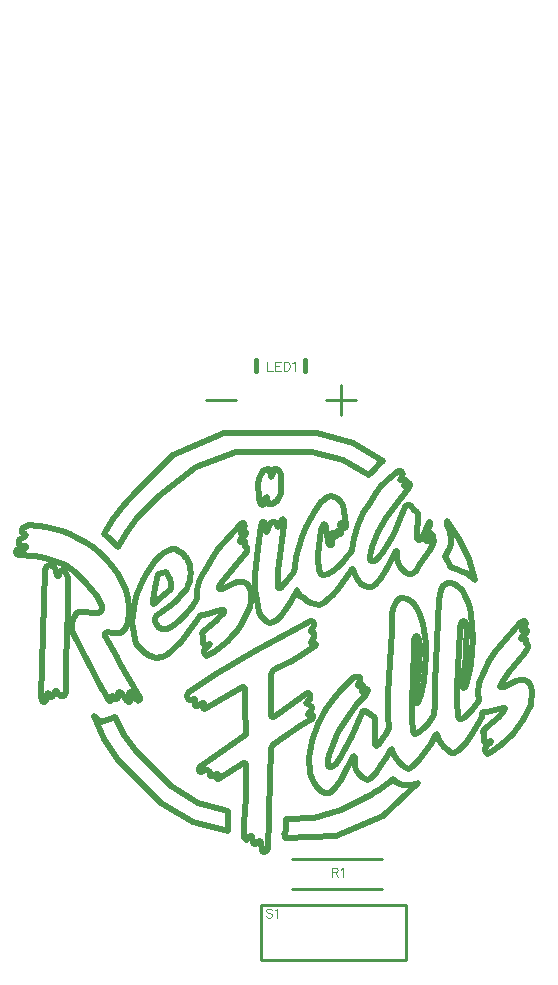
<source format=gbr>
%TF.GenerationSoftware,Novarm,DipTrace,4.3.0.5*%
%TF.CreationDate,2025-06-08T20:07:48-05:00*%
%FSLAX26Y26*%
%MOIN*%
%TF.FileFunction,Legend,Top*%
%TF.Part,Single*%
%ADD10C,0.009843*%
%ADD19C,0.02*%
%ADD20C,0.015*%
%ADD44C,0.004632*%
G75*
G01*
%LPD*%
X1181251Y2293749D2*
D10*
X1081251D1*
X1581251D2*
X1481251D1*
X1531251Y2343749D2*
Y2243749D1*
X1668750Y662499D2*
X1368750D1*
X1668750Y762499D2*
X1368750D1*
X1748376Y426229D2*
Y611268D1*
X1264124D1*
Y426229D1*
X1748376D1*
G36*
X2206250Y3543749D2*
D1*
D1*
D1*
D1*
D1*
D1*
D1*
D1*
D1*
D1*
D1*
D1*
D1*
D1*
D1*
D1*
D1*
D1*
D1*
D1*
D1*
D1*
D1*
D1*
D1*
D1*
D1*
D1*
D1*
D1*
D1*
D1*
D1*
D1*
D1*
G37*
X788976Y1801974D2*
D19*
X817144Y1853611D1*
X852514Y1900737D1*
X893737Y1941928D1*
X908952Y1957154D1*
X925002Y1971548D1*
X941764Y1985111D1*
X1046827Y2070123D1*
X1180855Y2121183D1*
X1326466Y2121155D1*
X1434678Y2121176D1*
X1536493Y2092960D1*
X1624783Y2043586D1*
X1625321Y2044174D1*
X1625864Y2044812D1*
X1626398Y2045388D1*
X1626558Y2045564D1*
X1626800Y2045813D1*
X1626981Y2046006D1*
X1626848Y2045863D1*
X1643354Y2063268D1*
X1658102Y2078159D1*
X1671781Y2089546D1*
X1570772Y2149812D1*
X1452823Y2184417D1*
X1326462Y2184448D1*
X1139760Y2184405D1*
X971384Y2108965D1*
X848968Y1986657D1*
X806812Y1944465D1*
X770228Y1896805D1*
X740375Y1844821D1*
X757397Y1832044D1*
X773773Y1817762D1*
X788976Y1801974D1*
X1885399Y1883987D2*
X1885388Y1883560D1*
X1885367Y1880071D1*
X1885018Y1876725D1*
X1884539Y1873737D1*
X1885150Y1872821D1*
X1885733Y1871901D1*
X1886294Y1870968D1*
X1890192Y1864287D1*
X1892959Y1857313D1*
X1893948Y1848737D1*
X1893994Y1848296D1*
X1894183Y1845819D1*
X1896296Y1840468D1*
X1897220Y1835760D1*
X1897650Y1833050D1*
X1897728Y1832594D1*
X1897787Y1832132D1*
X1897835Y1831787D1*
X1898266Y1828574D1*
X1898342Y1825655D1*
X1898334Y1824107D1*
Y1823951D1*
Y1823733D1*
X1898293Y1820098D1*
X1897960Y1816710D1*
X1897469Y1813867D1*
X1896970Y1811037D1*
X1896380Y1808926D1*
X1896275Y1808455D1*
X1896179Y1808065D1*
X1896074Y1807670D1*
X1895222Y1804539D1*
X1894245Y1801838D1*
X1893461Y1799792D1*
X1891852Y1795653D1*
X1890124Y1791934D1*
X1888351Y1788304D1*
X1885777Y1783060D1*
X1882783Y1777472D1*
X1879449Y1771562D1*
X1884856Y1760172D1*
X1889931Y1748591D1*
X1894648Y1736827D1*
X1899214Y1735754D1*
X1903830Y1734108D1*
X1908494Y1731741D1*
X1908482Y1731745D1*
X1909969Y1730985D1*
X1911397Y1730182D1*
X1912764Y1729340D1*
X1916587Y1728641D1*
X1920230Y1727571D1*
X1923809Y1726225D1*
X1927789Y1724672D1*
X1931682Y1722779D1*
X1935473Y1720279D1*
X1940297Y1719176D1*
X1944669Y1717590D1*
X1948378Y1715800D1*
X1954281Y1712978D1*
X1958575Y1709756D1*
X1960919Y1708024D1*
X1961276Y1707766D1*
X1961667Y1707449D1*
X1968172Y1702291D1*
X1973029Y1696758D1*
X1976640Y1692182D1*
X1956758Y1762990D1*
X1925621Y1829044D1*
X1885251Y1888389D1*
X1885359Y1886745D1*
X1885392Y1885346D1*
X1885396Y1884420D1*
X1885399Y1883987D1*
X1778418Y1012201D2*
X1778165Y1012115D1*
X1777997Y1012056D1*
X1770574Y1009587D1*
X1763490Y1008670D1*
X1757024Y1008667D1*
X1757019D1*
X1757008Y1008665D1*
X1756997D1*
X1756973D1*
X1756956Y1008667D1*
X1756932D1*
X1756514D1*
X1756184Y1008674D1*
X1745823Y1008919D1*
X1736451Y1011210D1*
X1728948Y1014323D1*
X1721426Y1017426D1*
X1715809Y1021086D1*
X1711981Y1023522D1*
X1711624Y1023739D1*
X1711266Y1023989D1*
X1709123Y1025460D1*
X1707112Y1026964D1*
X1705154Y1028487D1*
X1702095Y1026067D1*
X1699031Y1023651D1*
X1695919Y1021291D1*
X1683174Y1011624D1*
X1670039Y1002434D1*
X1656528Y993770D1*
X1643940Y985691D1*
X1631024Y978077D1*
X1617822Y970917D1*
X1615297Y969548D1*
X1612764Y968199D1*
X1610216Y966863D1*
X1531326Y925512D1*
X1442285Y900833D1*
X1347924Y897583D1*
X1347973Y894380D1*
X1348037Y891738D1*
X1348119Y889880D1*
X1348294Y887150D1*
X1348384Y884401D1*
Y881586D1*
X1348363Y869890D1*
X1346763Y857688D1*
X1342892Y845577D1*
X1343087Y842888D1*
X1343465Y839111D1*
X1343779Y837182D1*
X1343808Y837037D1*
X1343815Y836948D1*
X1343952Y836001D1*
X1344012Y835060D1*
X1344117Y834123D1*
X1515773Y838545D1*
X1670961Y906783D1*
X1787851Y1016169D1*
X1784944Y1014720D1*
X1781808Y1013365D1*
X1778418Y1012201D1*
X794006Y1517554D2*
X785079Y1515375D1*
X777171Y1514792D1*
X767159Y1515869D1*
X753449Y1519098D1*
X751943Y1519073D1*
X749822Y1518386D1*
X747632Y1516863D1*
X746169Y1514869D1*
X745255Y1511712D1*
X745272Y1509142D1*
X745561Y1507840D1*
X784267Y1437096D1*
X792397Y1420762D1*
X858654Y1305619D1*
X861150Y1300203D1*
X862015Y1297399D1*
X861922Y1295485D1*
X861210Y1293983D1*
X859067Y1292241D1*
X857456Y1291543D1*
X856196Y1291237D1*
X854218Y1291546D1*
X852330Y1292743D1*
X850519Y1294682D1*
X838482Y1316148D1*
X836644Y1318522D1*
X834730Y1320270D1*
X832716Y1321235D1*
X830590Y1321271D1*
X827679Y1319907D1*
X825788Y1317945D1*
X824940Y1316128D1*
X824692Y1314086D1*
X831040Y1294438D1*
X830726Y1291980D1*
X829086Y1289086D1*
X827124Y1287469D1*
X826581Y1287220D1*
X824767Y1286857D1*
X822271Y1287308D1*
X819781Y1288703D1*
X817293Y1290881D1*
X800112Y1314119D1*
X797700Y1316598D1*
X795300Y1318367D1*
X792915Y1319263D1*
X790548Y1319123D1*
X788317Y1317846D1*
X786938Y1316103D1*
X786363Y1314388D1*
X788602Y1301710D1*
X788457Y1300443D1*
X787922Y1299386D1*
X786109Y1297823D1*
X783018Y1296520D1*
X782238Y1296388D1*
X781340Y1296560D1*
X779398Y1297690D1*
X772708Y1303591D1*
X770284Y1305007D1*
X769049Y1305376D1*
X767808Y1305449D1*
X766577Y1305184D1*
X765716Y1304678D1*
X765207Y1303977D1*
X764985Y1303106D1*
X765893Y1295892D1*
X765793Y1294621D1*
X765435Y1293407D1*
X764763Y1292277D1*
X763699Y1291260D1*
X762183Y1290384D1*
X760482Y1289813D1*
X759127Y1289982D1*
X757800Y1290762D1*
X756510Y1292069D1*
X752838Y1298300D1*
X745477Y1315323D1*
X736016Y1328760D1*
X641910Y1509035D1*
X635789Y1523485D1*
X634934Y1527275D1*
X634712Y1534746D1*
X636220Y1549204D1*
X638524Y1559654D1*
X641924Y1569670D1*
X644048Y1574228D1*
X646464Y1578326D1*
X649178Y1581852D1*
X652193Y1584691D1*
X655519Y1586724D1*
X658305Y1587621D1*
X665209Y1587907D1*
X718252Y1583127D1*
X721746Y1583256D1*
X724325Y1583692D1*
X727440Y1585174D1*
X729930Y1587369D1*
X731867Y1590127D1*
X733780Y1594964D1*
X734577Y1600161D1*
X734210Y1605819D1*
X732224Y1612148D1*
X728497Y1620113D1*
X716468Y1639889D1*
X699392Y1662972D1*
X678541Y1687190D1*
X655182Y1710371D1*
X642962Y1720894D1*
X630591Y1730346D1*
X618231Y1738451D1*
X606036Y1744938D1*
X574941Y1756497D1*
X545839Y1765281D1*
X511041Y1772840D1*
X454250Y1777903D1*
X451657Y1778927D1*
X450157Y1780275D1*
X449212Y1782272D1*
X448898Y1786699D1*
X449514Y1789636D1*
X450856Y1791966D1*
X452888Y1793712D1*
X455573Y1794890D1*
X473955Y1796165D1*
X478075Y1797197D1*
X479431Y1798127D1*
X480608Y1799920D1*
X481148Y1802445D1*
X481099Y1803373D1*
X480669Y1804548D1*
X479760Y1805359D1*
X478447Y1805829D1*
X466070Y1806460D1*
X463919Y1807023D1*
X461930Y1807952D1*
X460176Y1809336D1*
X458729Y1811266D1*
X457655Y1813823D1*
X457011Y1817231D1*
X456972Y1820943D1*
X457615Y1824052D1*
X458829Y1826632D1*
X460514Y1828759D1*
X462561Y1830512D1*
X476472Y1837476D1*
X478065Y1838759D1*
X479166Y1840283D1*
X479672Y1842127D1*
X479447Y1843889D1*
X478872Y1845056D1*
X478124Y1845913D1*
X477231Y1846522D1*
X470586Y1848308D1*
X469545Y1848859D1*
X468607Y1849648D1*
X467796Y1850733D1*
X467148Y1852175D1*
X466693Y1854033D1*
X466540Y1855951D1*
X466766Y1857785D1*
X467325Y1859574D1*
X469279Y1862974D1*
X472109Y1866087D1*
X479166Y1871172D1*
X486057Y1874281D1*
X489088Y1874787D1*
X525536Y1872010D1*
X549430Y1869264D1*
X574511Y1864012D1*
X600372Y1856321D1*
X626611Y1846249D1*
X652821Y1833857D1*
X678602Y1819214D1*
X703545Y1802380D1*
X727243Y1783422D1*
X749296Y1762398D1*
X769296Y1739373D1*
X786842Y1714413D1*
X801524Y1687575D1*
X812943Y1658928D1*
X820687Y1628536D1*
X824132Y1601565D1*
X824578Y1577144D1*
X822857Y1560197D1*
X821149Y1552023D1*
X818772Y1544264D1*
X815641Y1537090D1*
X811684Y1530670D1*
X806808Y1525161D1*
X800945Y1520735D1*
X794006Y1517554D1*
X615461Y1419357D2*
X612928Y1329831D1*
X613423Y1319120D1*
X611886Y1313600D1*
X609628Y1310086D1*
X606959Y1307854D1*
X603834Y1306535D1*
X600890Y1305997D1*
X598338Y1306108D1*
X596142Y1306783D1*
X593407Y1308638D1*
X589431Y1314225D1*
X584985Y1322520D1*
X583903Y1323615D1*
X582692Y1324237D1*
X581310Y1324285D1*
X579154Y1323369D1*
X577554Y1321850D1*
X572574Y1307138D1*
X571258Y1305338D1*
X569426Y1304043D1*
X567190Y1303439D1*
X565224Y1303712D1*
X563028Y1305148D1*
X556733Y1314439D1*
X555574Y1315260D1*
X554734Y1315401D1*
X553579Y1315050D1*
X552297Y1314127D1*
X551432Y1312844D1*
X550624Y1309405D1*
X550287Y1296953D1*
X549462Y1293609D1*
X547830Y1290617D1*
X546166Y1288905D1*
X543951Y1287476D1*
X540838Y1286367D1*
X538944Y1286452D1*
X537292Y1287216D1*
X535044Y1289657D1*
X531116Y1302004D1*
X545724Y1726636D1*
X547323Y1733065D1*
X549478Y1737125D1*
X551722Y1739361D1*
X553556Y1740405D1*
X557682Y1741596D1*
X562473Y1741997D1*
X566594Y1741258D1*
X570108Y1739553D1*
X573085Y1737052D1*
X576686Y1732175D1*
X586066Y1707586D1*
X587252Y1705978D1*
X587899Y1705531D1*
X588595Y1705354D1*
X589347Y1705462D1*
X590880Y1706398D1*
X592322Y1708543D1*
X595969Y1720934D1*
X597581Y1723283D1*
X599283Y1724420D1*
X602081Y1725023D1*
X605276Y1724697D1*
X608288Y1723410D1*
X612823Y1719607D1*
X618510Y1711023D1*
X622003Y1701346D1*
X620649Y1597898D1*
X615461Y1419357D1*
X1212823Y1081577D2*
X1212590Y1082516D1*
X1212212Y1083220D1*
X1211713Y1083703D1*
X1211119Y1083993D1*
X1209716Y1084102D1*
X1208003Y1083682D1*
X1201863Y1080398D1*
X1128418Y1032707D1*
X1122982Y1030044D1*
X1120284Y1029497D1*
X1119191Y1029569D1*
X1118266Y1029892D1*
X1117506Y1030489D1*
X1116907Y1031375D1*
X1116469Y1032561D1*
X1116183Y1034161D1*
X1116251Y1036031D1*
X1116750Y1037566D1*
X1120044Y1042037D1*
X1120449Y1043155D1*
X1120418Y1044300D1*
X1120171Y1045004D1*
X1119773Y1045579D1*
X1119247Y1046018D1*
X1117917Y1046493D1*
X1116388Y1046431D1*
X1099529Y1038628D1*
X1098119Y1038486D1*
X1095609Y1039368D1*
X1095251Y1040035D1*
X1094762Y1048997D1*
X1094222Y1051304D1*
X1092909Y1054090D1*
X1091119Y1056279D1*
X1088927Y1057884D1*
X1086406Y1058924D1*
X1083632Y1059414D1*
X1080678Y1059371D1*
X1077625Y1058804D1*
X1073717Y1057323D1*
X1066171Y1052829D1*
X1064184Y1052378D1*
X1062191Y1052880D1*
X1060654Y1054255D1*
X1059516Y1056190D1*
X1058193Y1060491D1*
X1057759Y1063270D1*
X1057872Y1064407D1*
X1058322Y1065880D1*
X1060132Y1068915D1*
X1064856Y1073607D1*
X1208674Y1172128D1*
X1212373Y1175554D1*
X1213829Y1177620D1*
X1214867Y1179964D1*
X1215372Y1182615D1*
X1215859Y1203792D1*
X1212827Y1250861D1*
X1212233Y1305802D1*
X1209675Y1332054D1*
X1208794Y1334707D1*
X1208127Y1335464D1*
X1207238Y1335861D1*
X1206069Y1335922D1*
X1202381Y1334985D1*
X1192714Y1330276D1*
X1088693Y1268371D1*
X1082365Y1265300D1*
X1076947Y1264032D1*
X1075334Y1263993D1*
X1073927Y1264238D1*
X1072800Y1264833D1*
X1072020Y1265834D1*
X1071658Y1267285D1*
X1071784Y1268800D1*
X1075394Y1276107D1*
X1075691Y1277931D1*
X1075566Y1279709D1*
X1074804Y1281636D1*
X1074192Y1282422D1*
X1073456Y1283046D1*
X1072616Y1283485D1*
X1071695Y1283709D1*
X1070713Y1283686D1*
X1069665Y1283375D1*
X1056766Y1275106D1*
X1051560Y1272911D1*
X1048585Y1272493D1*
X1047418Y1272686D1*
X1046461Y1273128D1*
X1045705Y1273812D1*
X1045141Y1274724D1*
X1044760Y1275854D1*
X1044599Y1279002D1*
X1045814Y1290902D1*
X1045553Y1294670D1*
X1045095Y1295587D1*
X1044419Y1296142D1*
X1043550Y1296396D1*
X1041392Y1296213D1*
X1035746Y1294545D1*
X1031717Y1293861D1*
X1028235Y1293915D1*
X1025292Y1294646D1*
X1022876Y1296001D1*
X1020982Y1297919D1*
X1019595Y1300347D1*
X1018712Y1303226D1*
X1018361Y1306060D1*
X1018426Y1308638D1*
X1018851Y1311094D1*
X1019591Y1313393D1*
X1020612Y1315508D1*
X1021868Y1317407D1*
X1023326Y1319060D1*
X1024949Y1320438D1*
X1116163Y1379010D1*
X1244724Y1454948D1*
X1418864Y1551407D1*
X1428389Y1556092D1*
X1430931Y1556663D1*
X1432860Y1556229D1*
X1434650Y1555140D1*
X1436258Y1553552D1*
X1437645Y1551621D1*
X1439599Y1547355D1*
X1440090Y1545335D1*
X1440250Y1541010D1*
X1439367Y1537380D1*
X1437742Y1534506D1*
X1431843Y1527914D1*
X1430682Y1525550D1*
X1430501Y1522687D1*
X1431120Y1521204D1*
X1432355Y1520472D1*
X1435920Y1519737D1*
X1437867Y1519033D1*
X1439675Y1517644D1*
X1441151Y1515218D1*
X1442112Y1511357D1*
X1442245Y1505842D1*
X1441220Y1501384D1*
X1439414Y1497731D1*
X1433123Y1489019D1*
X1431997Y1486003D1*
X1431972Y1482640D1*
X1433010Y1481058D1*
X1434968Y1480581D1*
X1443230Y1481554D1*
X1445721Y1481292D1*
X1447550Y1480033D1*
X1448315Y1477476D1*
X1444339Y1472876D1*
X1434798Y1465550D1*
X1404242Y1445869D1*
X1367099Y1424682D1*
X1316423Y1400100D1*
X1307851Y1394707D1*
X1304831Y1392058D1*
X1303086Y1389722D1*
X1301092Y1385292D1*
X1298989Y1377157D1*
X1298447Y1371657D1*
X1299158Y1240577D1*
X1299721Y1237766D1*
X1300144Y1236856D1*
X1300755Y1236270D1*
X1301623Y1236006D1*
X1302817Y1236058D1*
X1304402Y1236427D1*
X1307763Y1237955D1*
X1404985Y1307676D1*
X1416179Y1314697D1*
X1420169Y1316333D1*
X1421913Y1316249D1*
X1423561Y1315617D1*
X1425069Y1314548D1*
X1426399Y1313153D1*
X1427506Y1311544D1*
X1428350Y1309827D1*
X1428889Y1308119D1*
X1429275Y1303575D1*
X1428434Y1298388D1*
X1426427Y1294472D1*
X1423742Y1291489D1*
X1418336Y1286943D1*
X1416602Y1284687D1*
X1416171Y1281989D1*
X1416882Y1279700D1*
X1418462Y1278470D1*
X1426556Y1276049D1*
X1429334Y1274544D1*
X1431627Y1272130D1*
X1433130Y1268472D1*
X1433536Y1263611D1*
X1432722Y1259545D1*
X1431019Y1256333D1*
X1428796Y1253768D1*
X1424284Y1249804D1*
X1422737Y1248006D1*
X1422154Y1246065D1*
X1422548Y1244136D1*
X1423300Y1242812D1*
X1424346Y1242016D1*
X1425636Y1241674D1*
X1427120Y1241693D1*
X1433411Y1243338D1*
X1434376Y1243363D1*
X1435277Y1243138D1*
X1436102Y1242648D1*
X1436829Y1241878D1*
X1437452Y1240817D1*
X1438305Y1237770D1*
X1438264Y1236130D1*
X1437637Y1234518D1*
X1436527Y1232917D1*
X1433255Y1229834D1*
X1427220Y1225728D1*
X1395140Y1207088D1*
X1339940Y1169556D1*
X1307163Y1145420D1*
X1302708Y1140905D1*
X1300401Y1137245D1*
X1299319Y1133539D1*
X1291028Y919018D1*
X1290864Y858949D1*
X1289074Y839309D1*
X1289183Y833085D1*
X1286997Y815490D1*
X1286972Y811981D1*
X1287470Y805241D1*
X1287233Y801669D1*
X1286570Y798113D1*
X1285444Y794724D1*
X1283827Y791649D1*
X1281692Y789043D1*
X1279003Y787052D1*
X1276518Y786043D1*
X1275111Y785871D1*
X1273624Y786003D1*
X1272144Y786449D1*
X1270737Y787217D1*
X1269486Y788312D1*
X1268465Y789742D1*
X1267745Y791512D1*
X1265457Y816567D1*
X1264460Y820002D1*
X1263651Y821343D1*
X1262550Y822294D1*
X1261095Y822760D1*
X1259225Y822634D1*
X1257275Y821968D1*
X1255663Y820976D1*
X1249113Y814522D1*
X1247868Y813722D1*
X1245579Y813123D1*
X1243087Y813359D1*
X1241077Y814514D1*
X1239481Y816378D1*
X1238254Y818754D1*
X1236670Y824187D1*
X1235199Y835468D1*
X1234535Y837657D1*
X1233497Y839384D1*
X1231990Y840390D1*
X1229911Y840426D1*
X1227523Y839462D1*
X1225612Y838014D1*
X1220348Y830612D1*
X1218919Y829106D1*
X1217166Y828039D1*
X1215573Y827649D1*
X1214207Y827770D1*
X1212981Y828292D1*
X1211918Y829137D1*
X1211019Y830229D1*
X1209780Y832844D1*
X1209455Y834214D1*
X1208428Y846474D1*
X1208919Y884078D1*
X1213098Y965896D1*
X1213209Y1074962D1*
X1212823Y1081577D1*
X2168243Y1324708D2*
X2165264Y1336649D1*
X2159703Y1347525D1*
X2151445Y1356001D1*
X2140364Y1360720D1*
X2126344Y1360342D1*
X2115319Y1356690D1*
X2075472Y1337957D1*
X2071233Y1336340D1*
X2068302Y1335749D1*
X2065678Y1335657D1*
X2063541Y1336054D1*
X2062058Y1336943D1*
X2061363Y1338729D1*
X2070039Y1357312D1*
X2091923Y1385773D1*
X2142805Y1446779D1*
X2155546Y1466544D1*
X2154995Y1474304D1*
X2153275Y1477489D1*
X2151420Y1478284D1*
X2149692Y1478438D1*
X2148346Y1479695D1*
X2147674Y1483086D1*
X2148176Y1493069D1*
X2148019Y1495300D1*
X2147348Y1496489D1*
X2146012Y1497048D1*
X2144144Y1497081D1*
X2135197Y1494905D1*
X2133376Y1494809D1*
X2131893Y1495148D1*
X2130927Y1496043D1*
X2130896Y1498704D1*
X2134128Y1503502D1*
X2145554Y1514116D1*
X2149986Y1519159D1*
X2151128Y1523308D1*
X2150419Y1525208D1*
X2149254Y1526392D1*
X2147777Y1526969D1*
X2146154Y1527048D1*
X2144533Y1526741D1*
X2143277Y1526191D1*
X2137827Y1522342D1*
X2136516Y1521884D1*
X2135587Y1521888D1*
X2134872Y1522279D1*
X2134329Y1523039D1*
X2133939Y1524169D1*
X2133730Y1525615D1*
X2135330Y1528284D1*
X2142462Y1537850D1*
X2145579Y1543354D1*
X2146781Y1548396D1*
X2146186Y1551318D1*
X2145104Y1553543D1*
X2143602Y1555195D1*
X2141759Y1556148D1*
X2139645Y1556285D1*
X2135720Y1554721D1*
X2129489Y1549674D1*
X2060503Y1471722D1*
X2045582Y1451885D1*
X2025860Y1421617D1*
X2006292Y1385842D1*
X1991830Y1349464D1*
X1987435Y1317407D1*
X1990868Y1294465D1*
X1987476Y1288060D1*
X1966797Y1260783D1*
X1954079Y1246136D1*
X1941447Y1234666D1*
X1931890Y1229640D1*
X1928617Y1229728D1*
X1926048Y1231260D1*
X1924138Y1233817D1*
X1922833Y1236953D1*
X1922081Y1240243D1*
X1918003Y1285064D1*
X1917368Y1336184D1*
X1926917Y1524035D1*
X1928046Y1535598D1*
X1930291Y1545623D1*
X1934174Y1552830D1*
X1939071Y1555714D1*
X1941910Y1554985D1*
X1944394Y1552537D1*
X1946438Y1548943D1*
X1947960Y1544762D1*
X1948877Y1540560D1*
X1950075Y1523696D1*
X1949279Y1472913D1*
X1947650Y1444359D1*
X1943028Y1406906D1*
X1940628Y1392565D1*
X1936855Y1341808D1*
X1936839Y1336182D1*
X1937318Y1333943D1*
X1937804Y1333132D1*
X1938581Y1332686D1*
X1939742Y1332726D1*
X1941708Y1333522D1*
X1943634Y1335010D1*
X1945339Y1337260D1*
X1946919Y1340422D1*
X1948464Y1344648D1*
X1954346Y1365839D1*
X1963990Y1411413D1*
X1969406Y1455233D1*
X1971035Y1497651D1*
X1969306Y1539023D1*
X1964831Y1578451D1*
X1960123Y1599775D1*
X1953155Y1620751D1*
X1945029Y1639684D1*
X1936843Y1654875D1*
X1929703Y1664621D1*
X1919273Y1673731D1*
X1914577Y1676812D1*
X1908964Y1679380D1*
X1898382Y1681890D1*
X1888951Y1682846D1*
X1884712Y1682606D1*
X1880205Y1681423D1*
X1870825Y1673695D1*
X1864094Y1660776D1*
X1859671Y1644637D1*
X1857222Y1627241D1*
X1845836Y1351155D1*
X1844426Y1279287D1*
X1842287Y1242043D1*
X1820619Y1214514D1*
X1806651Y1198690D1*
X1792804Y1185863D1*
X1781796Y1179592D1*
X1778447Y1179502D1*
X1775805Y1180906D1*
X1773831Y1183375D1*
X1772464Y1186470D1*
X1771655Y1189767D1*
X1767792Y1229661D1*
X1766810Y1280506D1*
X1775684Y1460854D1*
X1774535Y1484287D1*
X1774924Y1494535D1*
X1777325Y1502102D1*
X1782014Y1505532D1*
X1784888Y1505018D1*
X1787413Y1502726D1*
X1789507Y1499224D1*
X1791087Y1495078D1*
X1792077Y1490856D1*
X1793327Y1474461D1*
X1791602Y1400256D1*
X1787834Y1366422D1*
X1781161Y1316993D1*
X1780144Y1302128D1*
X1780208Y1284972D1*
X1780461Y1283892D1*
X1780940Y1283050D1*
X1781716Y1282564D1*
X1782861Y1282552D1*
X1784755Y1283260D1*
X1786709Y1284682D1*
X1788434Y1286846D1*
X1790020Y1289905D1*
X1791566Y1294007D1*
X1796318Y1310737D1*
X1806439Y1356515D1*
X1812288Y1400504D1*
X1814298Y1443056D1*
X1812907Y1484524D1*
X1808541Y1525258D1*
X1804203Y1547210D1*
X1797830Y1568022D1*
X1790115Y1587079D1*
X1781864Y1602936D1*
X1773899Y1614141D1*
X1765356Y1621875D1*
X1761624Y1624611D1*
X1757057Y1627085D1*
X1751066Y1629312D1*
X1737986Y1632262D1*
X1734159Y1632606D1*
X1730343Y1632487D1*
X1726725Y1631724D1*
X1717043Y1624657D1*
X1710044Y1612199D1*
X1705396Y1596310D1*
X1702750Y1578956D1*
X1701772Y1562102D1*
X1701314Y1524010D1*
X1689369Y1313233D1*
X1688199Y1241010D1*
X1689586Y1199485D1*
X1679735Y1180178D1*
X1671514Y1166991D1*
X1656283Y1146357D1*
X1652086Y1141741D1*
X1649818Y1140941D1*
X1647864Y1140917D1*
X1646409Y1141636D1*
X1645368Y1143128D1*
X1644654Y1145420D1*
X1643792Y1152489D1*
X1643619Y1167638D1*
X1646052Y1217683D1*
X1645228Y1230396D1*
X1643469Y1233315D1*
X1640048Y1235957D1*
X1631226Y1241506D1*
X1627343Y1244972D1*
X1622338Y1251392D1*
X1619116Y1254741D1*
X1615241Y1257237D1*
X1610661Y1258061D1*
X1606489Y1256964D1*
X1603893Y1255231D1*
X1601691Y1252770D1*
X1599770Y1249598D1*
X1567327Y1173098D1*
X1545587Y1129020D1*
X1527703Y1098777D1*
X1513636Y1080430D1*
X1503355Y1072039D1*
X1498800Y1070556D1*
X1495397Y1070069D1*
X1492503Y1070279D1*
X1490279Y1071267D1*
X1488881Y1073120D1*
X1488129Y1078138D1*
X1488020Y1085690D1*
X1488751Y1093268D1*
X1492121Y1108897D1*
X1497291Y1126241D1*
X1522826Y1184918D1*
X1554537Y1236375D1*
X1585914Y1278207D1*
X1610452Y1308010D1*
X1621637Y1323378D1*
X1621333Y1326163D1*
X1620520Y1327928D1*
X1619431Y1329175D1*
X1618132Y1329867D1*
X1616684Y1329966D1*
X1614397Y1329148D1*
X1611666Y1327462D1*
X1603910Y1321571D1*
X1601527Y1320518D1*
X1601132Y1320507D1*
X1600746Y1320695D1*
X1600389Y1321117D1*
X1599852Y1322806D1*
X1600171Y1325083D1*
X1605431Y1333031D1*
X1606331Y1336239D1*
X1605764Y1339628D1*
X1604040Y1342134D1*
X1601611Y1343730D1*
X1598881Y1344514D1*
X1596263Y1344602D1*
X1594245Y1344132D1*
X1589327Y1340501D1*
X1588199Y1339894D1*
X1587763Y1339818D1*
X1587377Y1339918D1*
X1587024Y1340183D1*
X1586726Y1340625D1*
X1586514Y1341254D1*
X1586779Y1342464D1*
X1591174Y1349926D1*
X1593693Y1355220D1*
X1595246Y1360805D1*
X1595033Y1365722D1*
X1593216Y1368581D1*
X1590208Y1370170D1*
X1586428Y1370695D1*
X1582312Y1370354D1*
X1578275Y1369350D1*
X1572775Y1366281D1*
X1564871Y1360049D1*
X1543522Y1339955D1*
X1530913Y1327023D1*
X1509993Y1302590D1*
X1482390Y1261905D1*
X1455806Y1211663D1*
X1435028Y1155781D1*
X1424839Y1098166D1*
X1428229Y1049856D1*
X1437201Y1022187D1*
X1449707Y1002209D1*
X1464302Y989472D1*
X1479544Y983518D1*
X1494045Y983951D1*
X1511709Y998951D1*
X1530683Y1026735D1*
X1548582Y1058972D1*
X1571602Y1103469D1*
X1573909Y1104907D1*
X1575315Y1104522D1*
X1576361Y1103424D1*
X1577117Y1101763D1*
X1578031Y1096812D1*
X1577439Y1078493D1*
X1577977Y1072759D1*
X1582594Y1058952D1*
X1590763Y1046326D1*
X1600987Y1036014D1*
X1611759Y1029154D1*
X1621590Y1026876D1*
X1632695Y1033417D1*
X1648355Y1051300D1*
X1665726Y1075565D1*
X1682091Y1101302D1*
X1694729Y1123600D1*
X1699812Y1130258D1*
X1703944Y1115273D1*
X1705444Y1111758D1*
X1707289Y1108539D1*
X1713707Y1099620D1*
X1723540Y1087876D1*
X1735260Y1076217D1*
X1747343Y1067544D1*
X1758259Y1064762D1*
X1772250Y1072808D1*
X1791292Y1092268D1*
X1811793Y1118438D1*
X1830707Y1146720D1*
X1844972Y1172527D1*
X1850247Y1180621D1*
X1852994Y1169665D1*
X1855972Y1161808D1*
X1857955Y1158396D1*
X1864549Y1149296D1*
X1874495Y1137494D1*
X1886259Y1125901D1*
X1898322Y1117420D1*
X1909154Y1114955D1*
X1925297Y1125405D1*
X1946987Y1149743D1*
X1969406Y1181018D1*
X1988508Y1212420D1*
X2000237Y1237158D1*
X2002086Y1245233D1*
X2002428Y1250648D1*
X2003983Y1251560D1*
X2016910Y1252819D1*
X2070128Y1268001D1*
X2077863Y1267632D1*
X2073766Y1254810D1*
X2058319Y1237721D1*
X2018229Y1203899D1*
X2006280Y1192288D1*
X2005275Y1187875D1*
X2007775Y1179564D1*
X2008113Y1177634D1*
X2008007Y1175116D1*
X2007015Y1169032D1*
X2006880Y1164172D1*
X2007494Y1157245D1*
X2008363Y1154190D1*
X2010060Y1152195D1*
X2012548Y1150907D1*
X2015733Y1150438D1*
X2019507Y1150905D1*
X2029354Y1154848D1*
X2029745Y1154856D1*
X2030123Y1154703D1*
X2030460Y1154375D1*
X2030910Y1153175D1*
X2029298Y1150779D1*
X2019045Y1142150D1*
X2013814Y1137090D1*
X2010798Y1132296D1*
X2011153Y1127456D1*
X2012415Y1122683D1*
X2014153Y1118699D1*
X2016405Y1115905D1*
X2019191Y1114693D1*
X2030094Y1118640D1*
X2064330Y1141752D1*
X2103129Y1178763D1*
X2138623Y1224823D1*
X2162952Y1275086D1*
X2168243Y1324708D1*
X1154830Y921644D2*
X1054813Y950821D1*
X965317Y1004822D1*
X893717Y1076466D1*
X847275Y1122876D1*
X808279Y1176836D1*
X778619Y1236293D1*
X762512Y1228371D1*
X732510Y1221365D1*
X706717Y1240653D1*
X740756Y1162182D1*
X789254Y1091443D1*
X848968Y1031671D1*
X932263Y948449D1*
X1036860Y886961D1*
X1154014Y856127D1*
X1153431Y863329D1*
X1153229Y870460D1*
X1153221Y877616D1*
X1153245Y891986D1*
X1154002Y907149D1*
X1154830Y921644D1*
X1184510Y1684892D2*
X1135028Y1662457D1*
X1130473Y1661617D1*
X1127638Y1661793D1*
X1126183Y1662292D1*
X1125174Y1663092D1*
X1124860Y1663608D1*
X1124691Y1664199D1*
X1125607Y1669514D1*
X1129386Y1677106D1*
X1135546Y1686497D1*
X1211070Y1779422D1*
X1216357Y1787422D1*
X1219067Y1793317D1*
X1219056Y1796924D1*
X1217881Y1801367D1*
X1217207Y1802674D1*
X1216498Y1803510D1*
X1215766Y1803983D1*
X1212970Y1804403D1*
X1212381Y1804671D1*
X1211867Y1805217D1*
X1211444Y1806148D1*
X1210865Y1812472D1*
X1211388Y1820602D1*
X1211070Y1821920D1*
X1210334Y1822661D1*
X1209204Y1823029D1*
X1205091Y1822644D1*
X1198149Y1820827D1*
X1196085Y1820839D1*
X1195001Y1821204D1*
X1194255Y1821920D1*
X1194035Y1822434D1*
X1193930Y1823440D1*
X1194352Y1825153D1*
X1195389Y1826990D1*
X1211999Y1843415D1*
X1213394Y1845329D1*
X1214259Y1847129D1*
X1214476Y1848798D1*
X1214037Y1850535D1*
X1213277Y1851733D1*
X1212268Y1852510D1*
X1210460Y1853016D1*
X1207339Y1852553D1*
X1201006Y1848252D1*
X1199546Y1847809D1*
X1198541Y1847970D1*
X1197806Y1848661D1*
X1197054Y1850945D1*
X1196998Y1851533D1*
X1207497Y1866641D1*
X1209474Y1870901D1*
X1209969Y1872901D1*
X1210041Y1874752D1*
X1209225Y1877927D1*
X1207758Y1880323D1*
X1206478Y1881449D1*
X1204995Y1882128D1*
X1203347Y1882294D1*
X1201183Y1881752D1*
X1199057Y1880721D1*
X1194336Y1877120D1*
X1122569Y1796216D1*
X1103470Y1770006D1*
X1079657Y1731224D1*
X1065197Y1702382D1*
X1059294Y1687965D1*
X1054683Y1673948D1*
X1051663Y1660632D1*
X1050539Y1648317D1*
X1052465Y1630880D1*
X1034476Y1601871D1*
X1012624Y1577205D1*
X990710Y1556237D1*
X976133Y1544106D1*
X963242Y1535346D1*
X957871Y1532731D1*
X951619Y1530825D1*
X945443Y1529657D1*
X939850Y1529359D1*
X934813Y1529877D1*
X930305Y1531169D1*
X926288Y1533190D1*
X922742Y1535888D1*
X919630Y1539221D1*
X916924Y1543142D1*
X914596Y1547607D1*
X910947Y1557978D1*
X909570Y1563791D1*
X913250Y1571628D1*
X962804Y1608054D1*
X976531Y1619385D1*
X988789Y1630545D1*
X999548Y1641678D1*
X1008764Y1652924D1*
X1016399Y1664432D1*
X1022410Y1676338D1*
X1026760Y1688788D1*
X1029410Y1701923D1*
X1030318Y1715888D1*
X1029449Y1730821D1*
X1027653Y1741468D1*
X1025015Y1749817D1*
X1021440Y1757602D1*
X1017086Y1764791D1*
X1012102Y1771336D1*
X1006637Y1777207D1*
X1000843Y1782361D1*
X994872Y1786764D1*
X988877Y1790375D1*
X983007Y1793153D1*
X977415Y1795064D1*
X972249Y1796069D1*
X967659Y1796128D1*
X960633Y1794073D1*
X942990Y1785010D1*
X926329Y1772216D1*
X910749Y1756210D1*
X896355Y1737518D1*
X883249Y1716648D1*
X871527Y1694121D1*
X861292Y1670459D1*
X852644Y1646182D1*
X845687Y1621804D1*
X840520Y1597842D1*
X837239Y1574821D1*
X835948Y1553258D1*
X836750Y1533670D1*
X843497Y1495023D1*
X847962Y1480905D1*
X850503Y1475844D1*
X856449Y1468171D1*
X866338Y1458106D1*
X878098Y1448871D1*
X884574Y1444821D1*
X891389Y1441279D1*
X898506Y1438355D1*
X905876Y1436144D1*
X913462Y1434752D1*
X921218Y1434283D1*
X929099Y1434829D1*
X937071Y1436502D1*
X941913Y1438258D1*
X950557Y1443848D1*
X998077Y1487813D1*
X1046039Y1549300D1*
X1062006Y1574262D1*
X1063884Y1577762D1*
X1065934Y1577901D1*
X1069669Y1577354D1*
X1074888Y1577794D1*
X1132745Y1593834D1*
X1137335Y1594501D1*
X1140306Y1594228D1*
X1141397Y1592434D1*
X1140489Y1587195D1*
X1137380Y1581281D1*
X1132455Y1574843D1*
X1118700Y1561022D1*
X1074071Y1523231D1*
X1070203Y1519109D1*
X1068394Y1516023D1*
X1071334Y1504132D1*
X1070138Y1491552D1*
X1070995Y1481863D1*
X1071783Y1479917D1*
X1073119Y1478342D1*
X1074956Y1477203D1*
X1077239Y1476544D1*
X1079922Y1476434D1*
X1092919Y1480838D1*
X1093644Y1480460D1*
X1094195Y1479077D1*
X1093913Y1478280D1*
X1077095Y1463054D1*
X1075549Y1461107D1*
X1074453Y1459230D1*
X1073902Y1457466D1*
X1075342Y1449762D1*
X1077308Y1444897D1*
X1079008Y1442510D1*
X1079981Y1441649D1*
X1081037Y1441040D1*
X1082178Y1440707D1*
X1083411Y1440675D1*
X1084955Y1441045D1*
X1095915Y1445922D1*
X1108696Y1453638D1*
X1122821Y1463899D1*
X1137810Y1476411D1*
X1153176Y1490876D1*
X1168448Y1506997D1*
X1183144Y1524485D1*
X1196785Y1543036D1*
X1208888Y1562359D1*
X1218976Y1582158D1*
X1226570Y1602136D1*
X1231186Y1622002D1*
X1232351Y1641451D1*
X1231125Y1653111D1*
X1228592Y1662493D1*
X1226728Y1666981D1*
X1224459Y1671224D1*
X1221773Y1675142D1*
X1218669Y1678653D1*
X1215134Y1681671D1*
X1211162Y1684117D1*
X1206749Y1685910D1*
X1201884Y1686968D1*
X1196560Y1687201D1*
X1190771Y1686537D1*
X1184510Y1684892D1*
X906182Y1626325D2*
X912413Y1666012D1*
X921234Y1711531D1*
X934040Y1715796D1*
X946565Y1719969D1*
X961284Y1697466D1*
X963398Y1682766D1*
X966217Y1663157D1*
X920340Y1627405D1*
X914014Y1620941D1*
X911078Y1617941D1*
X904078Y1612939D1*
X906182Y1626325D1*
X1270877Y1942961D2*
X1274507Y1945665D1*
X1277137Y1951027D1*
X1277322Y1952695D1*
X1277200Y1961552D1*
X1278613Y1965296D1*
X1280683Y1967460D1*
X1283330Y1968662D1*
X1284535Y1968493D1*
X1286087Y1966724D1*
X1287872Y1950322D1*
X1289545Y1947875D1*
X1291846Y1946628D1*
X1295793Y1946410D1*
X1300863Y1947766D1*
X1306737Y1950392D1*
X1311901Y1953657D1*
X1316394Y1957501D1*
X1321964Y1964222D1*
X1326246Y1971911D1*
X1330197Y1983312D1*
X1332755Y1998728D1*
X1332329Y2029872D1*
X1329710Y2047197D1*
X1326125Y2055502D1*
X1322531Y2060023D1*
X1318796Y2062611D1*
X1315321Y2063633D1*
X1311413Y2063512D1*
X1308956Y2062804D1*
X1307699Y2061281D1*
X1301120Y2040128D1*
X1299886Y2038380D1*
X1298073Y2037872D1*
X1296911Y2038552D1*
X1294973Y2057506D1*
X1293634Y2059938D1*
X1291117Y2061771D1*
X1286707Y2062615D1*
X1280008Y2061386D1*
X1275200Y2058997D1*
X1271002Y2055506D1*
X1266277Y2049464D1*
X1260906Y2038348D1*
X1255558Y2016165D1*
X1256398Y1964308D1*
X1260259Y1951871D1*
X1264339Y1945483D1*
X1266961Y1943376D1*
X1268613Y1942792D1*
X1270306Y1942809D1*
X1270877Y1942961D1*
X1842287Y1824396D2*
X1841909Y1825482D1*
X1841582Y1825804D1*
X1841165Y1825977D1*
X1840054Y1825884D1*
X1837305Y1824498D1*
X1833095Y1821350D1*
X1831788Y1821040D1*
X1830966Y1821252D1*
X1830707Y1821489D1*
X1830545Y1821791D1*
X1830562Y1822781D1*
X1836875Y1836281D1*
X1838098Y1839731D1*
X1838338Y1841903D1*
X1838092Y1842453D1*
X1837691Y1842833D1*
X1837171Y1843056D1*
X1835918Y1843073D1*
X1835113Y1842825D1*
X1832926Y1840728D1*
X1820880Y1823653D1*
X1818497Y1821684D1*
X1817776Y1821546D1*
X1817113Y1821627D1*
X1816494Y1821880D1*
X1815960Y1822287D1*
X1815553Y1822817D1*
X1815315Y1823451D1*
X1815766Y1825619D1*
X1827100Y1845325D1*
X1828532Y1849277D1*
X1828439Y1850953D1*
X1828082Y1851776D1*
X1827561Y1852397D1*
X1826892Y1852798D1*
X1826095Y1852976D1*
X1825195Y1852911D1*
X1824246Y1852501D1*
X1813716Y1840532D1*
X1812847Y1839905D1*
X1811939Y1839901D1*
X1810856Y1840304D1*
X1810334Y1840692D1*
X1810571Y1842268D1*
X1821388Y1862208D1*
X1827595Y1876686D1*
X1829018Y1881557D1*
X1829343Y1884686D1*
X1829107Y1885679D1*
X1828716Y1886319D1*
X1828170Y1886712D1*
X1827482Y1886878D1*
X1825750Y1886628D1*
X1825267Y1886403D1*
X1823510Y1882608D1*
X1820913Y1875174D1*
X1815532Y1862922D1*
X1803028Y1840604D1*
X1793842Y1827501D1*
X1791851Y1826230D1*
X1789949Y1825932D1*
X1788455Y1826178D1*
X1787312Y1826985D1*
X1786460Y1828365D1*
X1785848Y1830344D1*
X1785182Y1834863D1*
X1784674Y1847312D1*
X1787191Y1904363D1*
X1786407Y1915392D1*
X1785394Y1917944D1*
X1783477Y1920252D1*
X1775024Y1927494D1*
X1765396Y1938964D1*
X1762255Y1941453D1*
X1758612Y1942957D1*
X1754423Y1942945D1*
X1751339Y1941817D1*
X1749140Y1940259D1*
X1747230Y1938161D1*
X1745540Y1935531D1*
X1729018Y1895779D1*
X1707289Y1848075D1*
X1688115Y1811792D1*
X1671683Y1785691D1*
X1658186Y1768531D1*
X1647813Y1759069D1*
X1641760Y1756123D1*
X1638641Y1755396D1*
X1635822Y1755149D1*
X1633414Y1755434D1*
X1631516Y1756308D1*
X1630225Y1757815D1*
X1629527Y1760819D1*
X1629112Y1767336D1*
X1629381Y1773842D1*
X1631548Y1787065D1*
X1635570Y1802130D1*
X1655725Y1853796D1*
X1681859Y1900612D1*
X1709802Y1941044D1*
X1754456Y1996586D1*
X1762839Y2008619D1*
X1762565Y2011018D1*
X1761914Y2012619D1*
X1761049Y2013846D1*
X1760003Y2014670D1*
X1758826Y2015067D1*
X1757552Y2015012D1*
X1755397Y2014170D1*
X1746426Y2007516D1*
X1744035Y2006142D1*
X1742594Y2005598D1*
X1742255Y2005611D1*
X1741923Y2005776D1*
X1741333Y2006640D1*
X1740966Y2008716D1*
X1741621Y2010794D1*
X1746342Y2017648D1*
X1747355Y2020338D1*
X1747343Y2023317D1*
X1746301Y2025911D1*
X1744552Y2027780D1*
X1742369Y2028991D1*
X1740006Y2029615D1*
X1737729Y2029720D1*
X1735804Y2029376D1*
X1733419Y2028035D1*
X1730436Y2025569D1*
X1729464Y2025035D1*
X1729008Y2024918D1*
X1728671Y2024959D1*
X1728065Y2025417D1*
X1727654Y2026409D1*
X1727867Y2027431D1*
X1733709Y2037712D1*
X1735607Y2042448D1*
X1736532Y2047241D1*
X1736065Y2051180D1*
X1734452Y2053602D1*
X1731940Y2055077D1*
X1728808Y2055728D1*
X1725322Y2055695D1*
X1721755Y2055098D1*
X1718174Y2053939D1*
X1712970Y2050695D1*
X1697607Y2037592D1*
X1665473Y2005065D1*
X1646662Y1981701D1*
X1626241Y1951397D1*
X1606125Y1915710D1*
X1588222Y1876203D1*
X1574435Y1834428D1*
X1566679Y1791959D1*
X1564834Y1787569D1*
X1547234Y1764823D1*
X1536356Y1751989D1*
X1522524Y1737985D1*
X1506012Y1724676D1*
X1487095Y1713930D1*
X1474759Y1709792D1*
X1469082Y1710348D1*
X1464829Y1713577D1*
X1461672Y1719346D1*
X1459276Y1727532D1*
X1457322Y1738002D1*
X1455435Y1753348D1*
X1455200Y1777829D1*
X1457008Y1806123D1*
X1460386Y1834376D1*
X1464869Y1858725D1*
X1469995Y1875315D1*
X1474435Y1880445D1*
X1476231Y1879645D1*
X1477913Y1876348D1*
X1479657Y1869877D1*
X1487703Y1820612D1*
X1488864Y1816086D1*
X1490187Y1812516D1*
X1491642Y1809987D1*
X1493199Y1808583D1*
X1494822Y1808388D1*
X1498293Y1809802D1*
X1499603Y1810634D1*
X1500569Y1811578D1*
X1501148Y1812657D1*
X1501175Y1845728D1*
X1502065Y1848493D1*
X1503917Y1849023D1*
X1505695Y1847577D1*
X1510431Y1839161D1*
X1512619Y1837793D1*
X1515545Y1838569D1*
X1517499Y1841247D1*
X1518130Y1844962D1*
X1517918Y1852839D1*
X1518323Y1855670D1*
X1519783Y1856855D1*
X1521415Y1856151D1*
X1526385Y1849438D1*
X1528180Y1847854D1*
X1530081Y1847679D1*
X1531435Y1848690D1*
X1532283Y1850487D1*
X1532693Y1853001D1*
X1532444Y1859871D1*
X1531427Y1866714D1*
X1527948Y1876943D1*
X1527809Y1878377D1*
X1528029Y1879503D1*
X1528544Y1880441D1*
X1529325Y1881220D1*
X1531511Y1882386D1*
X1534108Y1882829D1*
X1536537Y1880863D1*
X1537864Y1876875D1*
X1538836Y1872182D1*
X1540187Y1868085D1*
X1542665Y1865902D1*
X1546070Y1866502D1*
X1547835Y1868575D1*
X1548611Y1872657D1*
X1548441Y1879439D1*
X1542575Y1923501D1*
X1536781Y1943464D1*
X1528443Y1957444D1*
X1518552Y1966281D1*
X1508095Y1970821D1*
X1498067Y1971902D1*
X1489443Y1970371D1*
X1481474Y1966220D1*
X1473566Y1959654D1*
X1465886Y1951449D1*
X1445791Y1924764D1*
X1430411Y1900886D1*
X1414615Y1870686D1*
X1400901Y1837978D1*
X1389775Y1803848D1*
X1381762Y1769378D1*
X1377376Y1735646D1*
X1373822Y1720644D1*
X1348116Y1686317D1*
X1338398Y1675283D1*
X1329880Y1667749D1*
X1325574Y1665735D1*
X1324127Y1666016D1*
X1322878Y1667045D1*
X1321830Y1668722D1*
X1320312Y1673644D1*
X1319813Y1677033D1*
X1319784Y1690892D1*
X1322876Y1723367D1*
X1341435Y1875443D1*
X1342207Y1888455D1*
X1341805Y1890476D1*
X1341186Y1892180D1*
X1340322Y1893536D1*
X1339188Y1894460D1*
X1337756Y1894863D1*
X1336007Y1894670D1*
X1333309Y1892884D1*
X1331187Y1889086D1*
X1326213Y1874502D1*
X1323763Y1871451D1*
X1320733Y1870868D1*
X1318333Y1873158D1*
X1313653Y1881493D1*
X1310255Y1884960D1*
X1305398Y1886239D1*
X1298760Y1884079D1*
X1293536Y1878989D1*
X1290212Y1872298D1*
X1285247Y1854197D1*
X1283558Y1852658D1*
X1282666Y1852779D1*
X1281914Y1853357D1*
X1280819Y1855367D1*
X1280262Y1857745D1*
X1279699Y1876560D1*
X1279095Y1879407D1*
X1278107Y1881892D1*
X1276788Y1883850D1*
X1275159Y1885190D1*
X1273250Y1885833D1*
X1271098Y1885688D1*
X1269498Y1884909D1*
X1268019Y1883326D1*
X1266535Y1881003D1*
X1263969Y1874742D1*
X1253134Y1801138D1*
X1243935Y1708611D1*
X1243633Y1695246D1*
X1245788Y1662128D1*
X1252982Y1605606D1*
X1257906Y1587082D1*
X1265574Y1572380D1*
X1275074Y1561491D1*
X1285497Y1554427D1*
X1295934Y1551182D1*
X1305472Y1551758D1*
X1316749Y1559052D1*
X1330926Y1574539D1*
X1346276Y1595148D1*
X1361165Y1617804D1*
X1373959Y1639439D1*
X1383016Y1656989D1*
X1385272Y1658598D1*
X1388309Y1651096D1*
X1390649Y1647252D1*
X1396062Y1641338D1*
X1406746Y1632022D1*
X1419187Y1623510D1*
X1432515Y1616634D1*
X1445872Y1612228D1*
X1458392Y1611119D1*
X1468283Y1613648D1*
X1477679Y1619502D1*
X1489495Y1629544D1*
X1503760Y1644099D1*
X1520498Y1663502D1*
X1565354Y1724166D1*
X1568818Y1729924D1*
X1570238Y1731250D1*
X1577414Y1709443D1*
X1586884Y1692476D1*
X1597932Y1680136D1*
X1609842Y1672191D1*
X1621898Y1668424D1*
X1633381Y1668612D1*
X1647747Y1678266D1*
X1663960Y1699287D1*
X1680112Y1726184D1*
X1712910Y1788797D1*
X1714892Y1790007D1*
X1716163Y1789791D1*
X1717155Y1789020D1*
X1717911Y1787792D1*
X1718881Y1784308D1*
X1719234Y1778180D1*
X1718583Y1766073D1*
X1718692Y1761678D1*
X1719821Y1754579D1*
X1724406Y1742770D1*
X1731525Y1731922D1*
X1740214Y1722755D1*
X1749510Y1716001D1*
X1758464Y1712377D1*
X1766670Y1713025D1*
X1779729Y1724585D1*
X1795981Y1745027D1*
X1812892Y1769796D1*
X1827932Y1794323D1*
X1838575Y1814044D1*
X1842287Y1824396D1*
X1411431Y2388653D2*
D20*
Y2426153D1*
X1248931Y2388653D2*
Y2426153D1*
X1285786Y2421344D2*
D44*
Y2391200D1*
X1302997D1*
X1330897Y2421344D2*
X1312260D1*
Y2391200D1*
X1330897D1*
X1312260Y2406985D2*
X1323734D1*
X1340161Y2421344D2*
Y2391200D1*
X1350209D1*
X1354520Y2392659D1*
X1357405Y2395511D1*
X1358831Y2398396D1*
X1360257Y2402674D1*
Y2409870D1*
X1358831Y2414181D1*
X1357405Y2417033D1*
X1354520Y2419918D1*
X1350209Y2421344D1*
X1340161D1*
X1369520Y2415574D2*
X1372405Y2417033D1*
X1376716Y2421311D1*
Y2391200D1*
X1500472Y719214D2*
X1513372D1*
X1517683Y720674D1*
X1519142Y722100D1*
X1520568Y724951D1*
Y727837D1*
X1519142Y730688D1*
X1517683Y732148D1*
X1513372Y733573D1*
X1500472D1*
Y703429D1*
X1510520Y719214D2*
X1520568Y703429D1*
X1529832Y727803D2*
X1532717Y729262D1*
X1537028Y733540D1*
Y703429D1*
X1301819Y592992D2*
X1298967Y595877D1*
X1294656Y597303D1*
X1288919D1*
X1284608Y595877D1*
X1281723Y592992D1*
Y590140D1*
X1283182Y587255D1*
X1284608Y585829D1*
X1287460Y584403D1*
X1296082Y581518D1*
X1298967Y580092D1*
X1300393Y578633D1*
X1301819Y575781D1*
Y571470D1*
X1298967Y568618D1*
X1294656Y567159D1*
X1288919D1*
X1284608Y568618D1*
X1281723Y571470D1*
X1311082Y591533D2*
X1313967Y592992D1*
X1318278Y597270D1*
Y567159D1*
M02*

</source>
